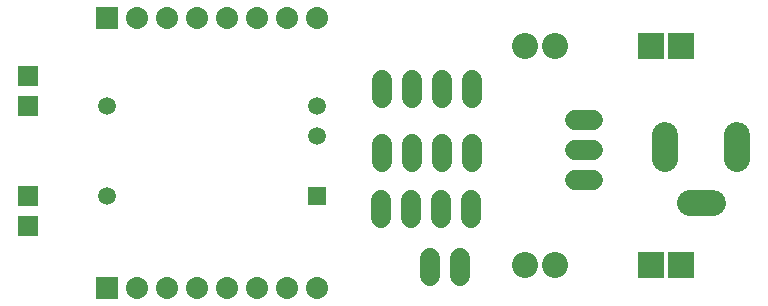
<source format=gbr>
G04 EAGLE Gerber RS-274X export*
G75*
%MOMM*%
%FSLAX34Y34*%
%LPD*%
%INSoldermask Bottom*%
%IPPOS*%
%AMOC8*
5,1,8,0,0,1.08239X$1,22.5*%
G01*
%ADD10C,1.868200*%
%ADD11R,1.868200X1.868200*%
%ADD12C,1.727200*%
%ADD13C,2.203200*%
%ADD14R,1.727200X1.727200*%
%ADD15C,1.511200*%
%ADD16R,1.511200X1.511200*%
%ADD17C,2.203200*%
%ADD18R,2.203200X2.203200*%


D10*
X278800Y261900D03*
X253400Y261900D03*
X228000Y261900D03*
X202600Y261900D03*
X177200Y261900D03*
X151800Y261900D03*
X126400Y261900D03*
D11*
X101000Y261900D03*
X101000Y33300D03*
D10*
X126400Y33300D03*
X151800Y33300D03*
X177200Y33300D03*
X202600Y33300D03*
X228000Y33300D03*
X253400Y33300D03*
X278800Y33300D03*
D12*
X409300Y92380D02*
X409300Y107620D01*
X383900Y107620D02*
X383900Y92380D01*
X358500Y92380D02*
X358500Y107620D01*
X333100Y107620D02*
X333100Y92380D01*
X333600Y193480D02*
X333600Y208720D01*
X359000Y208720D02*
X359000Y193480D01*
X384400Y193480D02*
X384400Y208720D01*
X409800Y208720D02*
X409800Y193480D01*
X333700Y154820D02*
X333700Y139580D01*
X359100Y139580D02*
X359100Y154820D01*
X384500Y154820D02*
X384500Y139580D01*
X409900Y139580D02*
X409900Y154820D01*
D13*
X573400Y162600D02*
X573400Y142600D01*
X634400Y142600D02*
X634400Y162600D01*
X614400Y104600D02*
X594400Y104600D01*
D14*
X34600Y85200D03*
X34600Y110600D03*
X34600Y187400D03*
X34600Y212800D03*
D12*
X400300Y58220D02*
X400300Y42980D01*
X374900Y42980D02*
X374900Y58220D01*
D15*
X278700Y186800D03*
D16*
X278700Y110600D03*
D15*
X100900Y186800D03*
X100900Y110600D03*
X278700Y161400D03*
D17*
X455060Y52490D03*
D18*
X587140Y52490D03*
D17*
X455060Y237910D03*
X480460Y52490D03*
X480460Y237910D03*
D18*
X561740Y52490D03*
X587140Y237910D03*
X561740Y237910D03*
D12*
X512620Y124600D02*
X497380Y124600D01*
X497380Y150000D02*
X512620Y150000D01*
X512620Y175400D02*
X497380Y175400D01*
M02*

</source>
